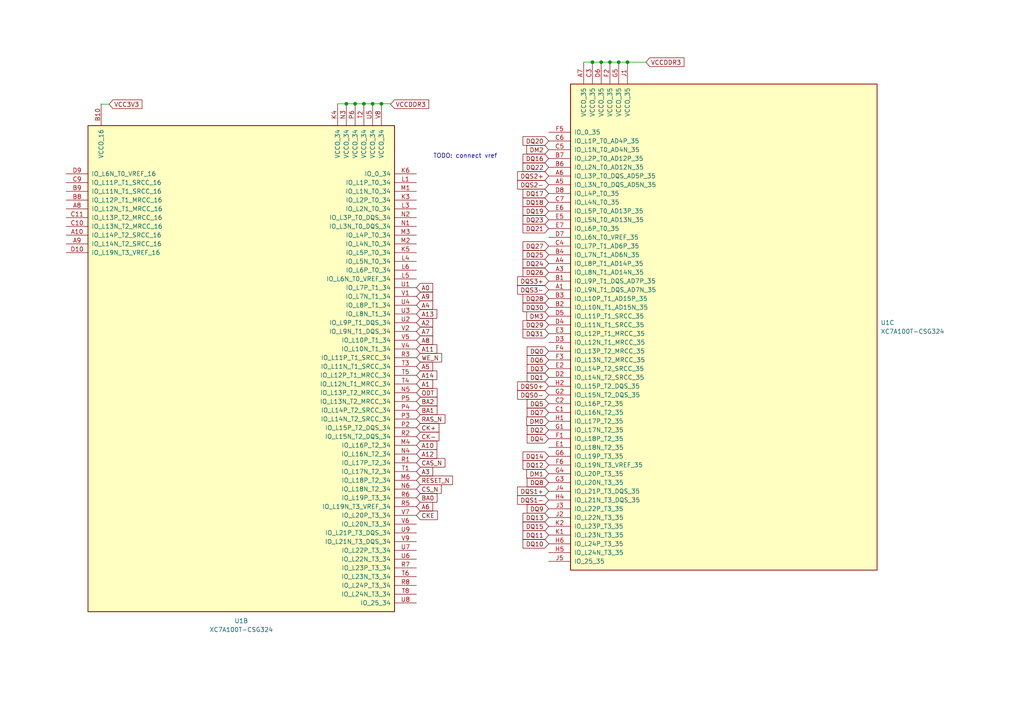
<source format=kicad_sch>
(kicad_sch (version 20230121) (generator eeschema)
  (paper "A4")
  (lib_symbols
    (symbol "FPGA_Xilinx_Artix7:XC7A100T-CSG324" (pin_names (offset 1.016))
      (property "Reference" "U" (at 0 1.27 0))
      (property "Value" "XC7A100T-CSG324" (at 0 -1.27 0))
      (symbol "XC7A100T-CSG324_1_1"
        (rectangle (start -44.45 67.31) (end 44.45 -73.66) (stroke (width 0.254)) (fill (type background)))
        (pin bidirectional line (at 50.8 33.02 180) (length 6.35) (name "IO_L4N_T0_15") (number "A11"))
        (pin bidirectional line (at 50.8 10.16 180) (length 6.35) (name "IO_L9P_T1_DQS_AD3P_15") (number "A13"))
        (pin bidirectional line (at 50.8 7.62 180) (length 6.35) (name "IO_L9N_T1_DQS_AD3N_15") (number "A14"))
        (pin bidirectional line (at 50.8 15.24 180) (length 6.35) (name "IO_L8P_T1_AD10P_15") (number "A15"))
        (pin bidirectional line (at 50.8 12.7 180) (length 6.35) (name "IO_L8N_T1_AD10N_15") (number "A16"))
        (pin power_in line (at 27.94 73.66 270) (length 6.35) (name "VCCO_15") (number "A17"))
        (pin bidirectional line (at 50.8 2.54 180) (length 6.35) (name "IO_L10N_T1_AD11N_15") (number "A18"))
        (pin bidirectional line (at 50.8 35.56 180) (length 6.35) (name "IO_L4P_T0_15") (number "B11"))
        (pin bidirectional line (at 50.8 38.1 180) (length 6.35) (name "IO_L3N_T0_DQS_AD1N_15") (number "B12"))
        (pin bidirectional line (at 50.8 45.72 180) (length 6.35) (name "IO_L2P_T0_AD8P_15") (number "B13"))
        (pin bidirectional line (at 50.8 43.18 180) (length 6.35) (name "IO_L2N_T0_AD8N_15") (number "B14"))
        (pin bidirectional line (at 50.8 20.32 180) (length 6.35) (name "IO_L7P_T1_AD2P_15") (number "B16"))
        (pin bidirectional line (at 50.8 17.78 180) (length 6.35) (name "IO_L7N_T1_AD2N_15") (number "B17"))
        (pin bidirectional line (at 50.8 5.08 180) (length 6.35) (name "IO_L10P_T1_AD11P_15") (number "B18"))
        (pin bidirectional line (at 50.8 40.64 180) (length 6.35) (name "IO_L3P_T0_DQS_AD1P_15") (number "C12"))
        (pin power_in line (at 30.48 73.66 270) (length 6.35) (name "VCCO_15") (number "C13"))
        (pin bidirectional line (at 50.8 48.26 180) (length 6.35) (name "IO_L1N_T0_AD0N_15") (number "C14"))
        (pin bidirectional line (at 50.8 -7.62 180) (length 6.35) (name "IO_L12N_T1_MRCC_15") (number "C15"))
        (pin bidirectional line (at 50.8 -45.72 180) (length 6.35) (name "IO_L20P_T3_A20_15") (number "C16"))
        (pin bidirectional line (at 50.8 -48.26 180) (length 6.35) (name "IO_L20N_T3_A19_15") (number "C17"))
        (pin bidirectional line (at 50.8 25.4 180) (length 6.35) (name "IO_L6P_T0_15") (number "D12"))
        (pin bidirectional line (at 50.8 22.86 180) (length 6.35) (name "IO_L6N_T0_VREF_15") (number "D13"))
        (pin bidirectional line (at 50.8 50.8 180) (length 6.35) (name "IO_L1P_T0_AD0P_15") (number "D14"))
        (pin bidirectional line (at 50.8 -5.08 180) (length 6.35) (name "IO_L12P_T1_MRCC_15") (number "D15"))
        (pin power_in line (at 33.02 73.66 270) (length 6.35) (name "VCCO_15") (number "D16"))
        (pin bidirectional line (at 50.8 -27.94 180) (length 6.35) (name "IO_L16N_T2_A27_15") (number "D17"))
        (pin bidirectional line (at 50.8 -53.34 180) (length 6.35) (name "IO_L21N_T3_DQS_A18_15") (number "D18"))
        (pin bidirectional line (at 50.8 0 180) (length 6.35) (name "IO_L11P_T1_SRCC_15") (number "E15"))
        (pin bidirectional line (at 50.8 -2.54 180) (length 6.35) (name "IO_L11N_T1_SRCC_15") (number "E16"))
        (pin bidirectional line (at 50.8 -25.4 180) (length 6.35) (name "IO_L16P_T2_A28_15") (number "E17"))
        (pin bidirectional line (at 50.8 -50.8 180) (length 6.35) (name "IO_L21P_T3_DQS_15") (number "E18"))
        (pin bidirectional line (at 50.8 30.48 180) (length 6.35) (name "IO_L5P_T0_AD9P_15") (number "F13"))
        (pin bidirectional line (at 50.8 27.94 180) (length 6.35) (name "IO_L5N_T0_AD9N_15") (number "F14"))
        (pin bidirectional line (at 50.8 -15.24 180) (length 6.35) (name "IO_L14P_T2_SRCC_15") (number "F15"))
        (pin bidirectional line (at 50.8 -17.78 180) (length 6.35) (name "IO_L14N_T2_SRCC_15") (number "F16"))
        (pin bidirectional line (at 50.8 -58.42 180) (length 6.35) (name "IO_L22N_T3_A16_15") (number "F18"))
        (pin bidirectional line (at 50.8 53.34 180) (length 6.35) (name "IO_0_15") (number "G13"))
        (pin bidirectional line (at 50.8 -22.86 180) (length 6.35) (name "IO_L15N_T2_DQS_ADV_B_15") (number "G14"))
        (pin power_in line (at 35.56 73.66 270) (length 6.35) (name "VCCO_15") (number "G15"))
        (pin bidirectional line (at 50.8 -12.7 180) (length 6.35) (name "IO_L13N_T2_MRCC_15") (number "G16"))
        (pin bidirectional line (at 50.8 -38.1 180) (length 6.35) (name "IO_L18N_T2_A23_15") (number "G17"))
        (pin bidirectional line (at 50.8 -55.88 180) (length 6.35) (name "IO_L22P_T3_A17_15") (number "G18"))
        (pin bidirectional line (at 50.8 -20.32 180) (length 6.35) (name "IO_L15P_T2_DQS_15") (number "H14"))
        (pin bidirectional line (at 50.8 -43.18 180) (length 6.35) (name "IO_L19N_T3_A21_VREF_15") (number "H15"))
        (pin bidirectional line (at 50.8 -10.16 180) (length 6.35) (name "IO_L13P_T2_MRCC_15") (number "H16"))
        (pin bidirectional line (at 50.8 -35.56 180) (length 6.35) (name "IO_L18P_T2_A24_15") (number "H17"))
        (pin power_in line (at 38.1 73.66 270) (length 6.35) (name "VCCO_15") (number "H18"))
        (pin bidirectional line (at 50.8 -33.02 180) (length 6.35) (name "IO_L17N_T2_A25_15") (number "J13"))
        (pin bidirectional line (at 50.8 -40.64 180) (length 6.35) (name "IO_L19P_T3_A22_15") (number "J14"))
        (pin bidirectional line (at 50.8 -68.58 180) (length 6.35) (name "IO_L24N_T3_RS0_15") (number "J15"))
        (pin bidirectional line (at 50.8 -60.96 180) (length 6.35) (name "IO_L23P_T3_FOE_B_15") (number "J17"))
        (pin bidirectional line (at 50.8 -63.5 180) (length 6.35) (name "IO_L23N_T3_FWE_B_15") (number "J18"))
        (pin bidirectional line (at 50.8 -30.48 180) (length 6.35) (name "IO_L17P_T2_A26_15") (number "K13"))
        (pin power_in line (at 40.64 73.66 270) (length 6.35) (name "VCCO_15") (number "K14"))
        (pin bidirectional line (at 50.8 -66.04 180) (length 6.35) (name "IO_L24P_T3_RS1_15") (number "K15"))
        (pin bidirectional line (at 50.8 -71.12 180) (length 6.35) (name "IO_25_15") (number "K16"))
        (pin bidirectional line (at -50.8 50.8 0) (length 6.35) (name "IO_L1P_T0_D00_MOSI_14") (number "K17"))
        (pin bidirectional line (at -50.8 48.26 0) (length 6.35) (name "IO_L1N_T0_D01_DIN_14") (number "K18"))
        (pin bidirectional line (at -50.8 25.4 0) (length 6.35) (name "IO_L6P_T0_FCS_B_14") (number "L13"))
        (pin bidirectional line (at -50.8 45.72 0) (length 6.35) (name "IO_L2P_T0_D02_14") (number "L14"))
        (pin bidirectional line (at -50.8 40.64 0) (length 6.35) (name "IO_L3P_T0_DQS_PUDC_B_14") (number "L15"))
        (pin bidirectional line (at -50.8 38.1 0) (length 6.35) (name "IO_L3N_T0_DQS_EMCCLK_14") (number "L16"))
        (pin power_in line (at -40.64 73.66 270) (length 6.35) (name "VCCO_14") (number "L17"))
        (pin bidirectional line (at -50.8 35.56 0) (length 6.35) (name "IO_L4P_T0_D04_14") (number "L18"))
        (pin bidirectional line (at -50.8 22.86 0) (length 6.35) (name "IO_L6N_T0_D08_VREF_14") (number "M13"))
        (pin bidirectional line (at -50.8 43.18 0) (length 6.35) (name "IO_L2N_T0_D03_14") (number "M14"))
        (pin bidirectional line (at -50.8 5.08 0) (length 6.35) (name "IO_L10P_T1_D14_14") (number "M16"))
        (pin bidirectional line (at -50.8 2.54 0) (length 6.35) (name "IO_L10N_T1_D15_14") (number "M17"))
        (pin bidirectional line (at -50.8 33.02 0) (length 6.35) (name "IO_L4N_T0_D05_14") (number "M18"))
        (pin power_in line (at -38.1 73.66 270) (length 6.35) (name "VCCO_14") (number "N13"))
        (pin bidirectional line (at -50.8 15.24 0) (length 6.35) (name "IO_L8P_T1_D11_14") (number "N14"))
        (pin bidirectional line (at -50.8 0 0) (length 6.35) (name "IO_L11P_T1_SRCC_14") (number "N15"))
        (pin bidirectional line (at -50.8 -2.54 0) (length 6.35) (name "IO_L11N_T1_SRCC_14") (number "N16"))
        (pin bidirectional line (at -50.8 10.16 0) (length 6.35) (name "IO_L9P_T1_DQS_14") (number "N17"))
        (pin bidirectional line (at -50.8 12.7 0) (length 6.35) (name "IO_L8N_T1_D12_14") (number "P14"))
        (pin bidirectional line (at -50.8 -10.16 0) (length 6.35) (name "IO_L13P_T2_MRCC_14") (number "P15"))
        (pin power_in line (at -35.56 73.66 270) (length 6.35) (name "VCCO_14") (number "P16"))
        (pin bidirectional line (at -50.8 -5.08 0) (length 6.35) (name "IO_L12P_T1_MRCC_14") (number "P17"))
        (pin bidirectional line (at -50.8 7.62 0) (length 6.35) (name "IO_L9N_T1_DQS_D13_14") (number "P18"))
        (pin bidirectional line (at -50.8 -71.12 0) (length 6.35) (name "IO_25_14") (number "R10"))
        (pin bidirectional line (at -50.8 53.34 0) (length 6.35) (name "IO_0_14") (number "R11"))
        (pin bidirectional line (at -50.8 30.48 0) (length 6.35) (name "IO_L5P_T0_D06_14") (number "R12"))
        (pin bidirectional line (at -50.8 27.94 0) (length 6.35) (name "IO_L5N_T0_D07_14") (number "R13"))
        (pin bidirectional line (at -50.8 -12.7 0) (length 6.35) (name "IO_L13N_T2_MRCC_14") (number "R15"))
        (pin bidirectional line (at -50.8 -20.32 0) (length 6.35) (name "IO_L15P_T2_DQS_RDWR_B_14") (number "R16"))
        (pin bidirectional line (at -50.8 -7.62 0) (length 6.35) (name "IO_L12N_T1_MRCC_14") (number "R17"))
        (pin bidirectional line (at -50.8 20.32 0) (length 6.35) (name "IO_L7P_T1_D09_14") (number "R18"))
        (pin bidirectional line (at -50.8 -68.58 0) (length 6.35) (name "IO_L24N_T3_A00_D16_14") (number "T10"))
        (pin bidirectional line (at -50.8 -40.64 0) (length 6.35) (name "IO_L19P_T3_A10_D26_14") (number "T11"))
        (pin power_in line (at -33.02 73.66 270) (length 6.35) (name "VCCO_14") (number "T12"))
        (pin bidirectional line (at -50.8 -60.96 0) (length 6.35) (name "IO_L23P_T3_A03_D19_14") (number "T13"))
        (pin bidirectional line (at -50.8 -15.24 0) (length 6.35) (name "IO_L14P_T2_SRCC_14") (number "T14"))
        (pin bidirectional line (at -50.8 -17.78 0) (length 6.35) (name "IO_L14N_T2_SRCC_14") (number "T15"))
        (pin bidirectional line (at -50.8 -22.86 0) (length 6.35) (name "IO_L15N_T2_DQS_DOUT_CSO_B_14") (number "T16"))
        (pin bidirectional line (at -50.8 17.78 0) (length 6.35) (name "IO_L7N_T1_D10_14") (number "T18"))
        (pin bidirectional line (at -50.8 -66.04 0) (length 6.35) (name "IO_L24P_T3_A01_D17_14") (number "T9"))
        (pin bidirectional line (at -50.8 -43.18 0) (length 6.35) (name "IO_L19N_T3_A09_D25_VREF_14") (number "U11"))
        (pin bidirectional line (at -50.8 -45.72 0) (length 6.35) (name "IO_L20P_T3_A08_D24_14") (number "U12"))
        (pin bidirectional line (at -50.8 -63.5 0) (length 6.35) (name "IO_L23N_T3_A02_D18_14") (number "U13"))
        (pin bidirectional line (at -50.8 -55.88 0) (length 6.35) (name "IO_L22P_T3_A05_D21_14") (number "U14"))
        (pin power_in line (at -30.48 73.66 270) (length 6.35) (name "VCCO_14") (number "U15"))
        (pin bidirectional line (at -50.8 -35.56 0) (length 6.35) (name "IO_L18P_T2_A12_D28_14") (number "U16"))
        (pin bidirectional line (at -50.8 -30.48 0) (length 6.35) (name "IO_L17P_T2_A14_D30_14") (number "U17"))
        (pin bidirectional line (at -50.8 -33.02 0) (length 6.35) (name "IO_L17N_T2_A13_D29_14") (number "U18"))
        (pin bidirectional line (at -50.8 -50.8 0) (length 6.35) (name "IO_L21P_T3_DQS_14") (number "V10"))
        (pin bidirectional line (at -50.8 -53.34 0) (length 6.35) (name "IO_L21N_T3_DQS_A06_D22_14") (number "V11"))
        (pin bidirectional line (at -50.8 -48.26 0) (length 6.35) (name "IO_L20N_T3_A07_D23_14") (number "V12"))
        (pin bidirectional line (at -50.8 -58.42 0) (length 6.35) (name "IO_L22N_T3_A04_D20_14") (number "V14"))
        (pin bidirectional line (at -50.8 -25.4 0) (length 6.35) (name "IO_L16P_T2_CSI_B_14") (number "V15"))
        (pin bidirectional line (at -50.8 -27.94 0) (length 6.35) (name "IO_L16N_T2_A15_D31_14") (number "V16"))
        (pin bidirectional line (at -50.8 -38.1 0) (length 6.35) (name "IO_L18N_T2_A11_D27_14") (number "V17"))
        (pin power_in line (at -27.94 73.66 270) (length 6.35) (name "VCCO_14") (number "V18"))
      )
      (symbol "XC7A100T-CSG324_2_1"
        (rectangle (start -44.45 67.31) (end 44.45 -73.66) (stroke (width 0.254)) (fill (type background)))
        (pin bidirectional line (at -50.8 35.56 0) (length 6.35) (name "IO_L14P_T2_SRCC_16") (number "A10"))
        (pin bidirectional line (at -50.8 43.18 0) (length 6.35) (name "IO_L12N_T1_MRCC_16") (number "A8"))
        (pin bidirectional line (at -50.8 33.02 0) (length 6.35) (name "IO_L14N_T2_SRCC_16") (number "A9"))
        (pin power_in line (at -40.64 73.66 270) (length 6.35) (name "VCCO_16") (number "B10"))
        (pin bidirectional line (at -50.8 45.72 0) (length 6.35) (name "IO_L12P_T1_MRCC_16") (number "B8"))
        (pin bidirectional line (at -50.8 48.26 0) (length 6.35) (name "IO_L11N_T1_SRCC_16") (number "B9"))
        (pin bidirectional line (at -50.8 38.1 0) (length 6.35) (name "IO_L13N_T2_MRCC_16") (number "C10"))
        (pin bidirectional line (at -50.8 40.64 0) (length 6.35) (name "IO_L13P_T2_MRCC_16") (number "C11"))
        (pin bidirectional line (at -50.8 50.8 0) (length 6.35) (name "IO_L11P_T1_SRCC_16") (number "C9"))
        (pin bidirectional line (at -50.8 30.48 0) (length 6.35) (name "IO_L19N_T3_VREF_16") (number "D10"))
        (pin bidirectional line (at -50.8 53.34 0) (length 6.35) (name "IO_L6N_T0_VREF_16") (number "D9"))
        (pin bidirectional line (at 50.8 45.72 180) (length 6.35) (name "IO_L2P_T0_34") (number "K3"))
        (pin power_in line (at 27.94 73.66 270) (length 6.35) (name "VCCO_34") (number "K4"))
        (pin bidirectional line (at 50.8 30.48 180) (length 6.35) (name "IO_L5P_T0_34") (number "K5"))
        (pin bidirectional line (at 50.8 53.34 180) (length 6.35) (name "IO_0_34") (number "K6"))
        (pin bidirectional line (at 50.8 50.8 180) (length 6.35) (name "IO_L1P_T0_34") (number "L1"))
        (pin bidirectional line (at 50.8 43.18 180) (length 6.35) (name "IO_L2N_T0_34") (number "L3"))
        (pin bidirectional line (at 50.8 27.94 180) (length 6.35) (name "IO_L5N_T0_34") (number "L4"))
        (pin bidirectional line (at 50.8 22.86 180) (length 6.35) (name "IO_L6N_T0_VREF_34") (number "L5"))
        (pin bidirectional line (at 50.8 25.4 180) (length 6.35) (name "IO_L6P_T0_34") (number "L6"))
        (pin bidirectional line (at 50.8 48.26 180) (length 6.35) (name "IO_L1N_T0_34") (number "M1"))
        (pin bidirectional line (at 50.8 33.02 180) (length 6.35) (name "IO_L4N_T0_34") (number "M2"))
        (pin bidirectional line (at 50.8 35.56 180) (length 6.35) (name "IO_L4P_T0_34") (number "M3"))
        (pin bidirectional line (at 50.8 -25.4 180) (length 6.35) (name "IO_L16P_T2_34") (number "M4"))
        (pin bidirectional line (at 50.8 -35.56 180) (length 6.35) (name "IO_L18P_T2_34") (number "M6"))
        (pin bidirectional line (at 50.8 38.1 180) (length 6.35) (name "IO_L3N_T0_DQS_34") (number "N1"))
        (pin bidirectional line (at 50.8 40.64 180) (length 6.35) (name "IO_L3P_T0_DQS_34") (number "N2"))
        (pin power_in line (at 30.48 73.66 270) (length 6.35) (name "VCCO_34") (number "N3"))
        (pin bidirectional line (at 50.8 -27.94 180) (length 6.35) (name "IO_L16N_T2_34") (number "N4"))
        (pin bidirectional line (at 50.8 -10.16 180) (length 6.35) (name "IO_L13P_T2_MRCC_34") (number "N5"))
        (pin bidirectional line (at 50.8 -38.1 180) (length 6.35) (name "IO_L18N_T2_34") (number "N6"))
        (pin bidirectional line (at 50.8 -20.32 180) (length 6.35) (name "IO_L15P_T2_DQS_34") (number "P2"))
        (pin bidirectional line (at 50.8 -17.78 180) (length 6.35) (name "IO_L14N_T2_SRCC_34") (number "P3"))
        (pin bidirectional line (at 50.8 -15.24 180) (length 6.35) (name "IO_L14P_T2_SRCC_34") (number "P4"))
        (pin bidirectional line (at 50.8 -12.7 180) (length 6.35) (name "IO_L13N_T2_MRCC_34") (number "P5"))
        (pin power_in line (at 33.02 73.66 270) (length 6.35) (name "VCCO_34") (number "P6"))
        (pin bidirectional line (at 50.8 -30.48 180) (length 6.35) (name "IO_L17P_T2_34") (number "R1"))
        (pin bidirectional line (at 50.8 -22.86 180) (length 6.35) (name "IO_L15N_T2_DQS_34") (number "R2"))
        (pin bidirectional line (at 50.8 0 180) (length 6.35) (name "IO_L11P_T1_SRCC_34") (number "R3"))
        (pin bidirectional line (at 50.8 -43.18 180) (length 6.35) (name "IO_L19N_T3_VREF_34") (number "R5"))
        (pin bidirectional line (at 50.8 -40.64 180) (length 6.35) (name "IO_L19P_T3_34") (number "R6"))
        (pin bidirectional line (at 50.8 -60.96 180) (length 6.35) (name "IO_L23P_T3_34") (number "R7"))
        (pin bidirectional line (at 50.8 -66.04 180) (length 6.35) (name "IO_L24P_T3_34") (number "R8"))
        (pin bidirectional line (at 50.8 -33.02 180) (length 6.35) (name "IO_L17N_T2_34") (number "T1"))
        (pin power_in line (at 35.56 73.66 270) (length 6.35) (name "VCCO_34") (number "T2"))
        (pin bidirectional line (at 50.8 -2.54 180) (length 6.35) (name "IO_L11N_T1_SRCC_34") (number "T3"))
        (pin bidirectional line (at 50.8 -7.62 180) (length 6.35) (name "IO_L12N_T1_MRCC_34") (number "T4"))
        (pin bidirectional line (at 50.8 -5.08 180) (length 6.35) (name "IO_L12P_T1_MRCC_34") (number "T5"))
        (pin bidirectional line (at 50.8 -63.5 180) (length 6.35) (name "IO_L23N_T3_34") (number "T6"))
        (pin bidirectional line (at 50.8 -68.58 180) (length 6.35) (name "IO_L24N_T3_34") (number "T8"))
        (pin bidirectional line (at 50.8 20.32 180) (length 6.35) (name "IO_L7P_T1_34") (number "U1"))
        (pin bidirectional line (at 50.8 10.16 180) (length 6.35) (name "IO_L9P_T1_DQS_34") (number "U2"))
        (pin bidirectional line (at 50.8 12.7 180) (length 6.35) (name "IO_L8N_T1_34") (number "U3"))
        (pin bidirectional line (at 50.8 15.24 180) (length 6.35) (name "IO_L8P_T1_34") (number "U4"))
        (pin power_in line (at 38.1 73.66 270) (length 6.35) (name "VCCO_34") (number "U5"))
        (pin bidirectional line (at 50.8 -58.42 180) (length 6.35) (name "IO_L22N_T3_34") (number "U6"))
        (pin bidirectional line (at 50.8 -55.88 180) (length 6.35) (name "IO_L22P_T3_34") (number "U7"))
        (pin bidirectional line (at 50.8 -71.12 180) (length 6.35) (name "IO_25_34") (number "U8"))
        (pin bidirectional line (at 50.8 -50.8 180) (length 6.35) (name "IO_L21P_T3_DQS_34") (number "U9"))
        (pin bidirectional line (at 50.8 17.78 180) (length 6.35) (name "IO_L7N_T1_34") (number "V1"))
        (pin bidirectional line (at 50.8 7.62 180) (length 6.35) (name "IO_L9N_T1_DQS_34") (number "V2"))
        (pin bidirectional line (at 50.8 2.54 180) (length 6.35) (name "IO_L10N_T1_34") (number "V4"))
        (pin bidirectional line (at 50.8 5.08 180) (length 6.35) (name "IO_L10P_T1_34") (number "V5"))
        (pin bidirectional line (at 50.8 -48.26 180) (length 6.35) (name "IO_L20N_T3_34") (number "V6"))
        (pin bidirectional line (at 50.8 -45.72 180) (length 6.35) (name "IO_L20P_T3_34") (number "V7"))
        (pin power_in line (at 40.64 73.66 270) (length 6.35) (name "VCCO_34") (number "V8"))
        (pin bidirectional line (at 50.8 -53.34 180) (length 6.35) (name "IO_L21N_T3_DQS_34") (number "V9"))
      )
      (symbol "XC7A100T-CSG324_3_1"
        (rectangle (start -44.45 67.31) (end 44.45 -73.66) (stroke (width 0.254)) (fill (type background)))
        (pin bidirectional line (at -50.8 7.62 0) (length 6.35) (name "IO_L9N_T1_DQS_AD7N_35") (number "A1"))
        (pin bidirectional line (at -50.8 12.7 0) (length 6.35) (name "IO_L8N_T1_AD14N_35") (number "A3"))
        (pin bidirectional line (at -50.8 15.24 0) (length 6.35) (name "IO_L8P_T1_AD14P_35") (number "A4"))
        (pin bidirectional line (at -50.8 38.1 0) (length 6.35) (name "IO_L3N_T0_DQS_AD5N_35") (number "A5"))
        (pin bidirectional line (at -50.8 40.64 0) (length 6.35) (name "IO_L3P_T0_DQS_AD5P_35") (number "A6"))
        (pin power_in line (at -40.64 73.66 270) (length 6.35) (name "VCCO_35") (number "A7"))
        (pin bidirectional line (at -50.8 10.16 0) (length 6.35) (name "IO_L9P_T1_DQS_AD7P_35") (number "B1"))
        (pin bidirectional line (at -50.8 2.54 0) (length 6.35) (name "IO_L10N_T1_AD15N_35") (number "B2"))
        (pin bidirectional line (at -50.8 5.08 0) (length 6.35) (name "IO_L10P_T1_AD15P_35") (number "B3"))
        (pin bidirectional line (at -50.8 17.78 0) (length 6.35) (name "IO_L7N_T1_AD6N_35") (number "B4"))
        (pin bidirectional line (at -50.8 43.18 0) (length 6.35) (name "IO_L2N_T0_AD12N_35") (number "B6"))
        (pin bidirectional line (at -50.8 45.72 0) (length 6.35) (name "IO_L2P_T0_AD12P_35") (number "B7"))
        (pin bidirectional line (at -50.8 -27.94 0) (length 6.35) (name "IO_L16N_T2_35") (number "C1"))
        (pin bidirectional line (at -50.8 -25.4 0) (length 6.35) (name "IO_L16P_T2_35") (number "C2"))
        (pin power_in line (at -38.1 73.66 270) (length 6.35) (name "VCCO_35") (number "C3"))
        (pin bidirectional line (at -50.8 20.32 0) (length 6.35) (name "IO_L7P_T1_AD6P_35") (number "C4"))
        (pin bidirectional line (at -50.8 48.26 0) (length 6.35) (name "IO_L1N_T0_AD4N_35") (number "C5"))
        (pin bidirectional line (at -50.8 50.8 0) (length 6.35) (name "IO_L1P_T0_AD4P_35") (number "C6"))
        (pin bidirectional line (at -50.8 33.02 0) (length 6.35) (name "IO_L4N_T0_35") (number "C7"))
        (pin bidirectional line (at -50.8 -17.78 0) (length 6.35) (name "IO_L14N_T2_SRCC_35") (number "D2"))
        (pin bidirectional line (at -50.8 -7.62 0) (length 6.35) (name "IO_L12N_T1_MRCC_35") (number "D3"))
        (pin bidirectional line (at -50.8 -2.54 0) (length 6.35) (name "IO_L11N_T1_SRCC_35") (number "D4"))
        (pin bidirectional line (at -50.8 0 0) (length 6.35) (name "IO_L11P_T1_SRCC_35") (number "D5"))
        (pin power_in line (at -35.56 73.66 270) (length 6.35) (name "VCCO_35") (number "D6"))
        (pin bidirectional line (at -50.8 22.86 0) (length 6.35) (name "IO_L6N_T0_VREF_35") (number "D7"))
        (pin bidirectional line (at -50.8 35.56 0) (length 6.35) (name "IO_L4P_T0_35") (number "D8"))
        (pin bidirectional line (at -50.8 -38.1 0) (length 6.35) (name "IO_L18N_T2_35") (number "E1"))
        (pin bidirectional line (at -50.8 -15.24 0) (length 6.35) (name "IO_L14P_T2_SRCC_35") (number "E2"))
        (pin bidirectional line (at -50.8 -5.08 0) (length 6.35) (name "IO_L12P_T1_MRCC_35") (number "E3"))
        (pin bidirectional line (at -50.8 27.94 0) (length 6.35) (name "IO_L5N_T0_AD13N_35") (number "E5"))
        (pin bidirectional line (at -50.8 30.48 0) (length 6.35) (name "IO_L5P_T0_AD13P_35") (number "E6"))
        (pin bidirectional line (at -50.8 25.4 0) (length 6.35) (name "IO_L6P_T0_35") (number "E7"))
        (pin bidirectional line (at -50.8 -35.56 0) (length 6.35) (name "IO_L18P_T2_35") (number "F1"))
        (pin power_in line (at -33.02 73.66 270) (length 6.35) (name "VCCO_35") (number "F2"))
        (pin bidirectional line (at -50.8 -12.7 0) (length 6.35) (name "IO_L13N_T2_MRCC_35") (number "F3"))
        (pin bidirectional line (at -50.8 -10.16 0) (length 6.35) (name "IO_L13P_T2_MRCC_35") (number "F4"))
        (pin bidirectional line (at -50.8 53.34 0) (length 6.35) (name "IO_0_35") (number "F5"))
        (pin bidirectional line (at -50.8 -43.18 0) (length 6.35) (name "IO_L19N_T3_VREF_35") (number "F6"))
        (pin bidirectional line (at -50.8 -33.02 0) (length 6.35) (name "IO_L17N_T2_35") (number "G1"))
        (pin bidirectional line (at -50.8 -22.86 0) (length 6.35) (name "IO_L15N_T2_DQS_35") (number "G2"))
        (pin bidirectional line (at -50.8 -48.26 0) (length 6.35) (name "IO_L20N_T3_35") (number "G3"))
        (pin bidirectional line (at -50.8 -45.72 0) (length 6.35) (name "IO_L20P_T3_35") (number "G4"))
        (pin power_in line (at -30.48 73.66 270) (length 6.35) (name "VCCO_35") (number "G5"))
        (pin bidirectional line (at -50.8 -40.64 0) (length 6.35) (name "IO_L19P_T3_35") (number "G6"))
        (pin bidirectional line (at -50.8 -30.48 0) (length 6.35) (name "IO_L17P_T2_35") (number "H1"))
        (pin bidirectional line (at -50.8 -20.32 0) (length 6.35) (name "IO_L15P_T2_DQS_35") (number "H2"))
        (pin bidirectional line (at -50.8 -53.34 0) (length 6.35) (name "IO_L21N_T3_DQS_35") (number "H4"))
        (pin bidirectional line (at -50.8 -68.58 0) (length 6.35) (name "IO_L24N_T3_35") (number "H5"))
        (pin bidirectional line (at -50.8 -66.04 0) (length 6.35) (name "IO_L24P_T3_35") (number "H6"))
        (pin power_in line (at -27.94 73.66 270) (length 6.35) (name "VCCO_35") (number "J1"))
        (pin bidirectional line (at -50.8 -58.42 0) (length 6.35) (name "IO_L22N_T3_35") (number "J2"))
        (pin bidirectional line (at -50.8 -55.88 0) (length 6.35) (name "IO_L22P_T3_35") (number "J3"))
        (pin bidirectional line (at -50.8 -50.8 0) (length 6.35) (name "IO_L21P_T3_DQS_35") (number "J4"))
        (pin bidirectional line (at -50.8 -71.12 0) (length 6.35) (name "IO_25_35") (number "J5"))
        (pin bidirectional line (at -50.8 -63.5 0) (length 6.35) (name "IO_L23N_T3_35") (number "K1"))
        (pin bidirectional line (at -50.8 -60.96 0) (length 6.35) (name "IO_L23P_T3_35") (number "K2"))
      )
      (symbol "XC7A100T-CSG324_4_1"
        (rectangle (start -31.75 34.29) (end 31.75 -40.64) (stroke (width 0.254)) (fill (type background)))
        (pin bidirectional line (at 38.1 12.7 180) (length 6.35) (name "TCK_0") (number "E10"))
        (pin bidirectional line (at 38.1 20.32 180) (length 6.35) (name "TDI_0") (number "E11"))
        (pin bidirectional line (at 38.1 15.24 180) (length 6.35) (name "TMS_0") (number "E12"))
        (pin bidirectional line (at 38.1 17.78 180) (length 6.35) (name "TDO_0") (number "E13"))
        (pin bidirectional line (at 38.1 7.62 180) (length 6.35) (name "CCLK_0") (number "E9"))
        (pin bidirectional line (at 38.1 -20.32 180) (length 6.35) (name "VP_0") (number "J10"))
        (pin bidirectional line (at 38.1 -30.48 180) (length 6.35) (name "VREFN_0") (number "J9"))
        (pin bidirectional line (at 38.1 -27.94 180) (length 6.35) (name "VREFP_0") (number "K10"))
        (pin bidirectional line (at 38.1 -22.86 180) (length 6.35) (name "VN_0") (number "K9"))
        (pin bidirectional line (at 38.1 -35.56 180) (length 6.35) (name "DXP_0") (number "L10"))
        (pin bidirectional line (at 38.1 -38.1 180) (length 6.35) (name "DXN_0") (number "L9"))
        (pin bidirectional line (at 38.1 -5.08 180) (length 6.35) (name "DONE_0") (number "P10"))
        (pin bidirectional line (at 38.1 0 180) (length 6.35) (name "M2_0") (number "P11"))
        (pin bidirectional line (at 38.1 5.08 180) (length 6.35) (name "M0_0") (number "P12"))
        (pin bidirectional line (at 38.1 2.54 180) (length 6.35) (name "M1_0") (number "P13"))
        (pin bidirectional line (at 38.1 -7.62 180) (length 6.35) (name "INIT_B_0") (number "P7"))
        (pin bidirectional line (at 38.1 -15.24 180) (length 6.35) (name "CFGBVS_0") (number "P8"))
        (pin bidirectional line (at 38.1 -10.16 180) (length 6.35) (name "PROGRAM_B_0") (number "P9"))
        (pin power_in line (at 27.94 40.64 270) (length 6.35) (name "VCCO_0") (number "R9"))
      )
      (symbol "XC7A100T-CSG324_5_1"
        (rectangle (start -19.05 50.8) (end 19.05 -50.8) (stroke (width 0.254)) (fill (type background)))
        (pin power_in line (at -25.4 7.62 0) (length 6.35) (name "GND") (number "A12"))
        (pin power_in line (at -25.4 10.16 0) (length 6.35) (name "GND") (number "A2"))
        (pin power_in line (at -25.4 2.54 0) (length 6.35) (name "GND") (number "B15"))
        (pin power_in line (at -25.4 5.08 0) (length 6.35) (name "GND") (number "B5"))
        (pin power_in line (at -25.4 -2.54 0) (length 6.35) (name "GND") (number "C18"))
        (pin power_in line (at -25.4 0 0) (length 6.35) (name "GND") (number "C8"))
        (pin power_in line (at -25.4 -5.08 0) (length 6.35) (name "GND") (number "D1"))
        (pin power_in line (at -25.4 -7.62 0) (length 6.35) (name "GND") (number "D11"))
        (pin power_in line (at -25.4 -12.7 0) (length 6.35) (name "GND") (number "E14"))
        (pin power_in line (at -25.4 -10.16 0) (length 6.35) (name "GND") (number "E4"))
        (pin power_in line (at -25.4 30.48 0) (length 6.35) (name "VCCBATT_0") (number "E8"))
        (pin power_in line (at -25.4 27.94 0) (length 6.35) (name "VCCBRAM") (number "F10"))
        (pin power_in line (at -25.4 -20.32 0) (length 6.35) (name "GND") (number "F11"))
        (pin power_in line (at -25.4 48.26 0) (length 6.35) (name "VCCAUX") (number "F12"))
        (pin power_in line (at -25.4 -22.86 0) (length 6.35) (name "GND") (number "F17"))
        (pin power_in line (at -25.4 -15.24 0) (length 6.35) (name "GND") (number "F7"))
        (pin power_in line (at 25.4 48.26 180) (length 6.35) (name "VCCINT") (number "F8"))
        (pin power_in line (at -25.4 -17.78 0) (length 6.35) (name "GND") (number "F9"))
        (pin power_in line (at -25.4 -27.94 0) (length 6.35) (name "GND") (number "G10"))
        (pin power_in line (at -25.4 25.4 0) (length 6.35) (name "VCCBRAM") (number "G11"))
        (pin power_in line (at -25.4 -30.48 0) (length 6.35) (name "GND") (number "G12"))
        (pin power_in line (at 25.4 45.72 180) (length 6.35) (name "VCCINT") (number "G7"))
        (pin power_in line (at -25.4 -25.4 0) (length 6.35) (name "GND") (number "G8"))
        (pin power_in line (at 25.4 43.18 180) (length 6.35) (name "VCCINT") (number "G9"))
        (pin power_in line (at -25.4 33.02 0) (length 6.35) (name "VCCADC_0") (number "H10"))
        (pin power_in line (at -25.4 -38.1 0) (length 6.35) (name "GND") (number "H11"))
        (pin power_in line (at -25.4 45.72 0) (length 6.35) (name "VCCAUX") (number "H12"))
        (pin power_in line (at -25.4 -40.64 0) (length 6.35) (name "GND") (number "H13"))
        (pin power_in line (at -25.4 -33.02 0) (length 6.35) (name "GND") (number "H3"))
        (pin power_in line (at -25.4 -35.56 0) (length 6.35) (name "GND") (number "H7"))
        (pin power_in line (at 25.4 40.64 180) (length 6.35) (name "VCCINT") (number "H8"))
        (pin power_in line (at -25.4 35.56 0) (length 6.35) (name "GNDADC_0") (number "H9"))
        (pin power_in line (at 25.4 35.56 180) (length 6.35) (name "VCCINT") (number "J11"))
        (pin power_in line (at -25.4 -48.26 0) (length 6.35) (name "GND") (number "J12"))
        (pin power_in line (at 25.4 7.62 180) (length 6.35) (name "GND") (number "J16"))
        (pin power_in line (at -25.4 -43.18 0) (length 6.35) (name "GND") (number "J6"))
        (pin power_in line (at 25.4 38.1 180) (length 6.35) (name "VCCINT") (number "J7"))
        (pin power_in line (at -25.4 -45.72 0) (length 6.35) (name "GND") (number "J8"))
        (pin power_in line (at 25.4 2.54 180) (length 6.35) (name "GND") (number "K11"))
        (pin power_in line (at -25.4 43.18 0) (length 6.35) (name "VCCAUX") (number "K12"))
        (pin power_in line (at 25.4 5.08 180) (length 6.35) (name "GND") (number "K7"))
        (pin power_in line (at 25.4 33.02 180) (length 6.35) (name "VCCINT") (number "K8"))
        (pin power_in line (at 25.4 27.94 180) (length 6.35) (name "VCCINT") (number "L11"))
        (pin power_in line (at 25.4 -5.08 180) (length 6.35) (name "GND") (number "L12"))
        (pin power_in line (at 25.4 0 180) (length 6.35) (name "GND") (number "L2"))
        (pin power_in line (at 25.4 30.48 180) (length 6.35) (name "VCCINT") (number "L7"))
        (pin power_in line (at 25.4 -2.54 180) (length 6.35) (name "GND") (number "L8"))
        (pin power_in line (at 25.4 22.86 180) (length 6.35) (name "VCCINT") (number "M10"))
        (pin power_in line (at 25.4 -15.24 180) (length 6.35) (name "GND") (number "M11"))
        (pin power_in line (at -25.4 40.64 0) (length 6.35) (name "VCCAUX") (number "M12"))
        (pin power_in line (at 25.4 -17.78 180) (length 6.35) (name "GND") (number "M15"))
        (pin power_in line (at 25.4 -7.62 180) (length 6.35) (name "GND") (number "M5"))
        (pin power_in line (at 25.4 -10.16 180) (length 6.35) (name "GND") (number "M7"))
        (pin power_in line (at 25.4 25.4 180) (length 6.35) (name "VCCINT") (number "M8"))
        (pin power_in line (at 25.4 -12.7 180) (length 6.35) (name "GND") (number "M9"))
        (pin power_in line (at 25.4 -22.86 180) (length 6.35) (name "GND") (number "N10"))
        (pin power_in line (at 25.4 15.24 180) (length 6.35) (name "VCCINT") (number "N11"))
        (pin power_in line (at 25.4 -25.4 180) (length 6.35) (name "GND") (number "N12"))
        (pin power_in line (at 25.4 -27.94 180) (length 6.35) (name "GND") (number "N18"))
        (pin power_in line (at 25.4 20.32 180) (length 6.35) (name "VCCINT") (number "N7"))
        (pin power_in line (at 25.4 -20.32 180) (length 6.35) (name "GND") (number "N8"))
        (pin power_in line (at 25.4 17.78 180) (length 6.35) (name "VCCINT") (number "N9"))
        (pin power_in line (at 25.4 -30.48 180) (length 6.35) (name "GND") (number "P1"))
        (pin power_in line (at 25.4 -35.56 180) (length 6.35) (name "GND") (number "R14"))
        (pin power_in line (at 25.4 -33.02 180) (length 6.35) (name "GND") (number "R4"))
        (pin power_in line (at 25.4 -40.64 180) (length 6.35) (name "GND") (number "T17"))
        (pin power_in line (at 25.4 -38.1 180) (length 6.35) (name "GND") (number "T7"))
        (pin power_in line (at 25.4 -43.18 180) (length 6.35) (name "GND") (number "U10"))
        (pin power_in line (at 25.4 -48.26 180) (length 6.35) (name "GND") (number "V13"))
        (pin power_in line (at 25.4 -45.72 180) (length 6.35) (name "GND") (number "V3"))
      )
    )
  )
  (junction (at 171.831 18.034))
  (junction (at 108.077 30.099))
  (junction (at 110.617 30.099))
  (junction (at 100.457 30.099))
  (junction (at 174.371 18.034))
  (junction (at 105.537 30.099))
  (junction (at 179.451 18.034))
  (junction (at 181.991 18.034))
  (junction (at 176.911 18.034))
  (junction (at 102.997 30.099))
  (wire (pts (xy 110.617 30.099) (xy 113.284 30.099)))
  (wire (pts (xy 169.291 18.034) (xy 171.831 18.034)))
  (wire (pts (xy 171.831 18.034) (xy 174.371 18.034)))
  (wire (pts (xy 108.077 30.099) (xy 110.617 30.099)))
  (wire (pts (xy 174.371 18.034) (xy 176.911 18.034)))
  (wire (pts (xy 179.451 18.034) (xy 181.991 18.034)))
  (wire (pts (xy 181.991 18.034) (xy 187.325 18.034)))
  (wire (pts (xy 113.284 30.099) (xy 113.284 30.226)))
  (wire (pts (xy 100.457 30.099) (xy 102.997 30.099)))
  (wire (pts (xy 31.623 30.226) (xy 29.337 30.226)))
  (wire (pts (xy 102.997 30.099) (xy 105.537 30.099)))
  (wire (pts (xy 176.911 18.034) (xy 179.451 18.034)))
  (wire (pts (xy 97.917 30.099) (xy 100.457 30.099)))
  (wire (pts (xy 29.337 30.226) (xy 29.337 30.099)))
  (wire (pts (xy 105.537 30.099) (xy 108.077 30.099)))
  (text "TODO: connect vref" (at 125.603 46.101 0) (effects (font (size 1.27 1.27)) (justify left bottom)))
  (global_label "CK-" (shape input) (at 120.777 126.619 0) (property "Intersheetrefs" "${INTERSHEET_REFS}" (effects hide)))
  (global_label "DQ30" (shape input) (at 159.131 89.154 180) (property "Intersheetrefs" "${INTERSHEET_REFS}" (effects hide)))
  (global_label "VCC3V3" (shape input) (at 31.623 30.226 0) (property "Intersheetrefs" "${INTERSHEET_REFS}" (effects hide)))
  (global_label "DQS0-" (shape input) (at 159.131 114.554 180) (property "Intersheetrefs" "${INTERSHEET_REFS}" (effects hide)))
  (global_label "DQ16" (shape input) (at 159.131 45.974 180) (property "Intersheetrefs" "${INTERSHEET_REFS}" (effects hide)))
  (global_label "A0" (shape input) (at 120.777 83.439 0) (property "Intersheetrefs" "${INTERSHEET_REFS}" (effects hide)))
  (global_label "DQ5" (shape input) (at 159.131 117.094 180) (property "Intersheetrefs" "${INTERSHEET_REFS}" (effects hide)))
  (global_label "DQ29" (shape input) (at 159.131 94.234 180) (property "Intersheetrefs" "${INTERSHEET_REFS}" (effects hide)))
  (global_label "BA0" (shape input) (at 120.777 144.399 0) (property "Intersheetrefs" "${INTERSHEET_REFS}" (effects hide)))
  (global_label "DQ9" (shape input) (at 159.131 147.574 180) (property "Intersheetrefs" "${INTERSHEET_REFS}" (effects hide)))
  (global_label "VCCDDR3" (shape input) (at 113.284 30.226 0) (property "Intersheetrefs" "${INTERSHEET_REFS}" (effects hide)))
  (global_label "DQS3+" (shape input) (at 159.131 81.534 180) (property "Intersheetrefs" "${INTERSHEET_REFS}" (effects hide)))
  (global_label "DQ2" (shape input) (at 159.131 124.714 180) (property "Intersheetrefs" "${INTERSHEET_REFS}" (effects hide)))
  (global_label "DQ20" (shape input) (at 159.131 40.894 180) (property "Intersheetrefs" "${INTERSHEET_REFS}" (effects hide)))
  (global_label "A10" (shape input) (at 120.777 129.159 0) (property "Intersheetrefs" "${INTERSHEET_REFS}" (effects hide)))
  (global_label "A1" (shape input) (at 120.777 111.379 0) (property "Intersheetrefs" "${INTERSHEET_REFS}" (effects hide)))
  (global_label "BA2" (shape input) (at 120.777 116.459 0) (property "Intersheetrefs" "${INTERSHEET_REFS}" (effects hide)))
  (global_label "DQ3" (shape input) (at 159.131 106.934 180) (property "Intersheetrefs" "${INTERSHEET_REFS}" (effects hide)))
  (global_label "DQ22" (shape input) (at 159.131 48.514 180) (property "Intersheetrefs" "${INTERSHEET_REFS}" (effects hide)))
  (global_label "RAS_N" (shape input) (at 120.777 121.539 0) (property "Intersheetrefs" "${INTERSHEET_REFS}" (effects hide)))
  (global_label "CAS_N" (shape input) (at 120.777 134.239 0) (property "Intersheetrefs" "${INTERSHEET_REFS}" (effects hide)))
  (global_label "RESET_N" (shape input) (at 120.777 139.319 0) (property "Intersheetrefs" "${INTERSHEET_REFS}" (effects hide)))
  (global_label "A6" (shape input) (at 120.777 146.939 0) (property "Intersheetrefs" "${INTERSHEET_REFS}" (effects hide)))
  (global_label "DQ4" (shape input) (at 159.131 127.254 180) (property "Intersheetrefs" "${INTERSHEET_REFS}" (effects hide)))
  (global_label "DQ0" (shape input) (at 159.131 101.854 180) (property "Intersheetrefs" "${INTERSHEET_REFS}" (effects hide)))
  (global_label "DQ11" (shape input) (at 159.131 155.194 180) (property "Intersheetrefs" "${INTERSHEET_REFS}" (effects hide)))
  (global_label "WE_N" (shape input) (at 120.777 103.759 0) (property "Intersheetrefs" "${INTERSHEET_REFS}" (effects hide)))
  (global_label "A2" (shape input) (at 120.777 93.599 0) (property "Intersheetrefs" "${INTERSHEET_REFS}" (effects hide)))
  (global_label "DQS2+" (shape input) (at 159.131 51.054 180) (property "Intersheetrefs" "${INTERSHEET_REFS}" (effects hide)))
  (global_label "DQ7" (shape input) (at 159.131 119.634 180) (property "Intersheetrefs" "${INTERSHEET_REFS}" (effects hide)))
  (global_label "DM0" (shape input) (at 159.131 122.174 180) (property "Intersheetrefs" "${INTERSHEET_REFS}" (effects hide)))
  (global_label "CK+" (shape input) (at 120.777 124.079 0) (property "Intersheetrefs" "${INTERSHEET_REFS}" (effects hide)))
  (global_label "A14" (shape input) (at 120.777 108.839 0) (property "Intersheetrefs" "${INTERSHEET_REFS}" (effects hide)))
  (global_label "DQ14" (shape input) (at 159.131 132.334 180) (property "Intersheetrefs" "${INTERSHEET_REFS}" (effects hide)))
  (global_label "A11" (shape input) (at 120.777 101.219 0) (property "Intersheetrefs" "${INTERSHEET_REFS}" (effects hide)))
  (global_label "DQ15" (shape input) (at 159.131 152.654 180) (property "Intersheetrefs" "${INTERSHEET_REFS}" (effects hide)))
  (global_label "DM3" (shape input) (at 159.131 91.694 180) (property "Intersheetrefs" "${INTERSHEET_REFS}" (effects hide)))
  (global_label "DQS1+" (shape input) (at 159.131 142.494 180) (property "Intersheetrefs" "${INTERSHEET_REFS}" (effects hide)))
  (global_label "DQ10" (shape input) (at 159.131 157.734 180) (property "Intersheetrefs" "${INTERSHEET_REFS}" (effects hide)))
  (global_label "DQS3-" (shape input) (at 159.131 84.074 180) (property "Intersheetrefs" "${INTERSHEET_REFS}" (effects hide)))
  (global_label "DQ18" (shape input) (at 159.131 58.674 180) (property "Intersheetrefs" "${INTERSHEET_REFS}" (effects hide)))
  (global_label "DQ26" (shape input) (at 159.131 78.994 180) (property "Intersheetrefs" "${INTERSHEET_REFS}" (effects hide)))
  (global_label "CKE" (shape input) (at 120.777 149.479 0) (property "Intersheetrefs" "${INTERSHEET_REFS}" (effects hide)))
  (global_label "A12" (shape input) (at 120.777 131.699 0) (property "Intersheetrefs" "${INTERSHEET_REFS}" (effects hide)))
  (global_label "A9" (shape input) (at 120.777 85.979 0) (property "Intersheetrefs" "${INTERSHEET_REFS}" (effects hide)))
  (global_label "VCCDDR3" (shape input) (at 187.325 18.034 0) (property "Intersheetrefs" "${INTERSHEET_REFS}" (effects hide)))
  (global_label "BA1" (shape input) (at 120.777 118.999 0) (property "Intersheetrefs" "${INTERSHEET_REFS}" (effects hide)))
  (global_label "DQS2-" (shape input) (at 159.131 53.594 180) (property "Intersheetrefs" "${INTERSHEET_REFS}" (effects hide)))
  (global_label "DQ12" (shape input) (at 159.131 134.874 180) (property "Intersheetrefs" "${INTERSHEET_REFS}" (effects hide)))
  (global_label "DQ28" (shape input) (at 159.131 86.614 180) (property "Intersheetrefs" "${INTERSHEET_REFS}" (effects hide)))
  (global_label "DQ25" (shape input) (at 159.131 73.914 180) (property "Intersheetrefs" "${INTERSHEET_REFS}" (effects hide)))
  (global_label "A8" (shape input) (at 120.777 98.679 0) (property "Intersheetrefs" "${INTERSHEET_REFS}" (effects hide)))
  (global_label "DQ6" (shape input) (at 159.131 104.394 180) (property "Intersheetrefs" "${INTERSHEET_REFS}" (effects hide)))
  (global_label "DQ19" (shape input) (at 159.131 61.214 180) (property "Intersheetrefs" "${INTERSHEET_REFS}" (effects hide)))
  (global_label "DQS0+" (shape input) (at 159.131 112.014 180) (property "Intersheetrefs" "${INTERSHEET_REFS}" (effects hide)))
  (global_label "DQ1" (shape input) (at 159.131 109.474 180) (property "Intersheetrefs" "${INTERSHEET_REFS}" (effects hide)))
  (global_label "A3" (shape input) (at 120.777 136.779 0) (property "Intersheetrefs" "${INTERSHEET_REFS}" (effects hide)))
  (global_label "CS_N" (shape input) (at 120.777 141.859 0) (property "Intersheetrefs" "${INTERSHEET_REFS}" (effects hide)))
  (global_label "DQ17" (shape input) (at 159.131 56.134 180) (property "Intersheetrefs" "${INTERSHEET_REFS}" (effects hide)))
  (global_label "DQ21" (shape input) (at 159.131 66.294 180) (property "Intersheetrefs" "${INTERSHEET_REFS}" (effects hide)))
  (global_label "DQ8" (shape input) (at 159.131 139.954 180) (property "Intersheetrefs" "${INTERSHEET_REFS}" (effects hide)))
  (global_label "DQ13" (shape input) (at 159.131 150.114 180) (property "Intersheetrefs" "${INTERSHEET_REFS}" (effects hide)))
  (global_label "A13" (shape input) (at 120.777 91.059 0) (property "Intersheetrefs" "${INTERSHEET_REFS}" (effects hide)))
  (global_label "DQ24" (shape input) (at 159.131 76.454 180) (property "Intersheetrefs" "${INTERSHEET_REFS}" (effects hide)))
  (global_label "A7" (shape input) (at 120.777 96.139 0) (property "Intersheetrefs" "${INTERSHEET_REFS}" (effects hide)))
  (global_label "DM2" (shape input) (at 159.131 43.434 180) (property "Intersheetrefs" "${INTERSHEET_REFS}" (effects hide)))
  (global_label "DM1" (shape input) (at 159.131 137.414 180) (property "Intersheetrefs" "${INTERSHEET_REFS}" (effects hide)))
  (global_label "DQ27" (shape input) (at 159.131 71.374 180) (property "Intersheetrefs" "${INTERSHEET_REFS}" (effects hide)))
  (global_label "DQ31" (shape input) (at 159.131 96.774 180) (property "Intersheetrefs" "${INTERSHEET_REFS}" (effects hide)))
  (global_label "DQS1-" (shape input) (at 159.131 145.034 180) (property "Intersheetrefs" "${INTERSHEET_REFS}" (effects hide)))
  (global_label "DQ23" (shape input) (at 159.131 63.754 180) (property "Intersheetrefs" "${INTERSHEET_REFS}" (effects hide)))
  (global_label "ODT" (shape input) (at 120.777 113.919 0) (property "Intersheetrefs" "${INTERSHEET_REFS}" (effects hide)))
  (global_label "A5" (shape input) (at 120.777 106.299 0) (property "Intersheetrefs" "${INTERSHEET_REFS}" (effects hide)))
  (global_label "A4" (shape input) (at 120.777 88.519 0) (property "Intersheetrefs" "${INTERSHEET_REFS}" (effects hide)))
  (symbol (lib_id "FPGA_Xilinx_Artix7:XC7A100T-CSG324") (at 209.931 91.694 0) (unit 3)
    (property "Reference" "U1" (at 255.397 93.599 0) (effects (justify left)))
    (property "Value" "XC7A100T-CSG324" (at 255.397 96.139 0) (effects (justify left)))
    (property "Footprint" "Package_BGA:Xilinx_CSG324" (effects hide))
  )
  (symbol (lib_id "FPGA_Xilinx_Artix7:XC7A100T-CSG324") (at 69.977 103.759 0) (unit 2)
    (property "Reference" "U1" (at 69.977 180.086 0))
    (property "Value" "XC7A100T-CSG324" (at 69.977 182.626 0))
    (property "Footprint" "Package_BGA:Xilinx_CSG324" (effects hide))
  )
)
</source>
